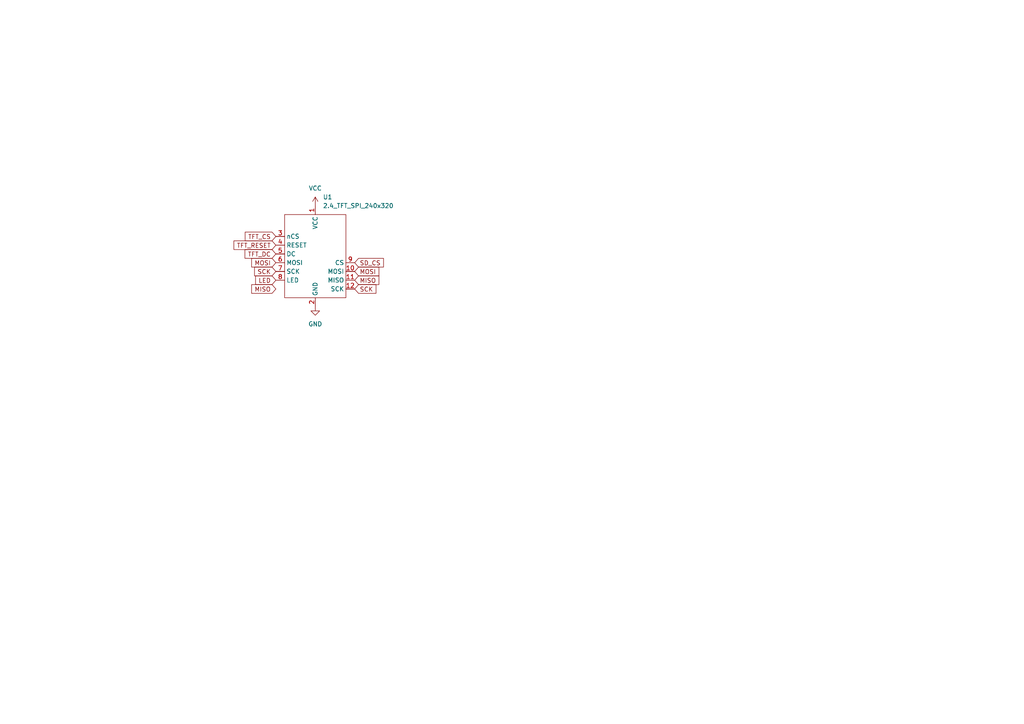
<source format=kicad_sch>
(kicad_sch (version 20230121) (generator eeschema)
  (paper "A4")
  (lib_symbols
    (symbol "AvS_Display:2.8_TFT_SPI_128x160"
      (property "Reference" "U" (at 0 0 0))
      (property "Value" "2.4_TFT_SPI_240x320" (at 0 0 0))
      (symbol "2.8_TFT_SPI_128x160_0_1"
        (rectangle (start -8.89 11.43) (end 8.89 -12.7))
      )
      (symbol "2.8_TFT_SPI_128x160_1_1"
        (pin power_in line (at 0 13.97 270) (length 2.54) (name "VCC") (number "1"))
        (pin input line (at 11.43 -5.08 180) (length 2.54) (name "MOSI") (number "10"))
        (pin output line (at 11.43 -7.62 180) (length 2.54) (name "MISO") (number "11"))
        (pin input line (at 11.43 -10.16 180) (length 2.54) (name "SCK") (number "12"))
        (pin power_in line (at 0 -15.24 90) (length 2.54) (name "GND") (number "2"))
        (pin input line (at -11.43 5.08 0) (length 2.54) (name "nCS") (number "3"))
        (pin input line (at -11.43 2.54 0) (length 2.54) (name "RESET") (number "4"))
        (pin input line (at -11.43 0 0) (length 2.54) (name "DC") (number "5"))
        (pin input line (at -11.43 -2.54 0) (length 2.54) (name "MOSI") (number "6"))
        (pin input line (at -11.43 -5.08 0) (length 2.54) (name "SCK") (number "7"))
        (pin power_in line (at -11.43 -7.62 0) (length 2.54) (name "LED") (number "8"))
        (pin input line (at 11.43 -2.54 180) (length 2.54) (name "CS") (number "9"))
      )
    )
    (symbol "power:GND" (power) (pin_names (offset 0))
      (property "Value" "GND" (at 0 -3.81 0))
      (symbol "GND_0_1"
        (polyline (pts (xy 0 0) (xy 0 -1.27) (xy 1.27 -1.27) (xy 0 -2.54) (xy -1.27 -1.27) (xy 0 -1.27)))
      )
      (symbol "GND_1_1"
        (pin power_in line (at 0 0 270) (length 0) hide (name "GND") (number "1"))
      )
    )
    (symbol "power:VCC" (power) (pin_names (offset 0))
      (property "Value" "VCC" (at 0 3.81 0))
      (symbol "VCC_0_1"
        (polyline (pts (xy -0.762 1.27) (xy 0 2.54)))
        (polyline (pts (xy 0 0) (xy 0 2.54)))
        (polyline (pts (xy 0 2.54) (xy 0.762 1.27)))
      )
      (symbol "VCC_1_1"
        (pin power_in line (at 0 0 90) (length 0) hide (name "VCC") (number "1"))
      )
    )
  )
  (global_label "MISO" (shape input) (at 80.01 83.82 180) (property "Intersheetrefs" "${INTERSHEET_REFS}" (effects hide)))
  (global_label "SCK" (shape input) (at 102.87 83.82 0) (property "Intersheetrefs" "${INTERSHEET_REFS}" (effects hide)))
  (global_label "MOSI" (shape input) (at 80.01 76.2 180) (property "Intersheetrefs" "${INTERSHEET_REFS}" (effects hide)))
  (global_label "TFT_RESET" (shape input) (at 80.01 71.12 180) (property "Intersheetrefs" "${INTERSHEET_REFS}" (effects hide)))
  (global_label "MOSI" (shape input) (at 102.87 78.74 0) (property "Intersheetrefs" "${INTERSHEET_REFS}" (effects hide)))
  (global_label "SCK" (shape input) (at 80.01 78.74 180) (property "Intersheetrefs" "${INTERSHEET_REFS}" (effects hide)))
  (global_label "TFT_DC" (shape input) (at 80.01 73.66 180) (property "Intersheetrefs" "${INTERSHEET_REFS}" (effects hide)))
  (global_label "LED" (shape input) (at 80.01 81.28 180) (property "Intersheetrefs" "${INTERSHEET_REFS}" (effects hide)))
  (global_label "TFT_CS" (shape input) (at 80.01 68.58 180) (property "Intersheetrefs" "${INTERSHEET_REFS}" (effects hide)))
  (global_label "MISO" (shape input) (at 102.87 81.28 0) (property "Intersheetrefs" "${INTERSHEET_REFS}" (effects hide)))
  (global_label "SD_CS" (shape input) (at 102.87 76.2 0) (property "Intersheetrefs" "${INTERSHEET_REFS}" (effects hide)))
  (symbol (lib_id "power:GND") (at 91.44 88.9 0) (unit 1)
    (property "Reference" "#PWR02" (effects hide))
    (property "Value" "GND" (at 91.44 93.98 0))
  )
  (symbol (lib_id "AvS_Display:2.8_TFT_SPI_128x160") (at 91.44 73.66 0) (unit 1)
    (property "Reference" "U1" (at 93.6341 57.15 0) (effects (justify left)))
    (property "Value" "2.4_TFT_SPI_240x320" (at 93.6341 59.69 0) (effects (justify left)))
    (property "Footprint" "AvS_Display:1.8 _TFT_SPI_128x160" (effects hide))
  )
  (symbol (lib_id "power:VCC") (at 91.44 59.69 0) (unit 1)
    (property "Reference" "#PWR01" (effects hide))
    (property "Value" "VCC" (at 91.44 54.61 0))
  )
)
</source>
